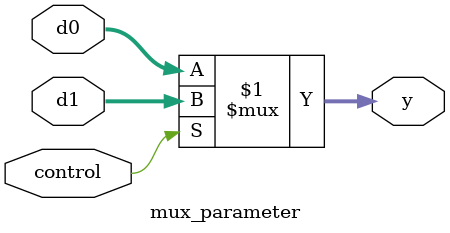
<source format=sv>
module mux_parameter
            #(parameter int WIDTH = 5)
            (
              input logic [WIDTH-1:0] d0, d1,
              input logic control,
              output logic [WIDTH-1:0] y
            );
    assign y = control ? d1 : d0 ;
endmodule

</source>
